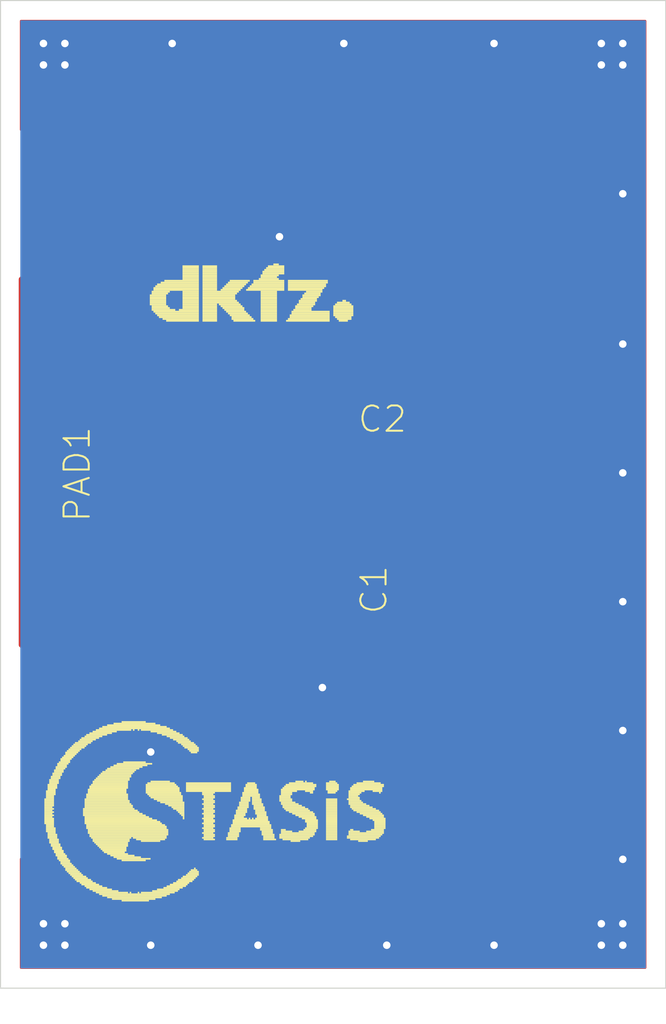
<source format=kicad_pcb>
(kicad_pcb (version 20240108) (generator "pcbnew") (generator_version "8.0")
  (layers (0 "F.Cu" signal) (31 "B.Cu" signal) (34 "B.Paste" user) (35 "F.Paste" user) (36 "B.SilkS" user "B.Silkscreen") (37 "F.SilkS" user "F.Silkscreen") (38 "B.Mask" user) (39 "F.Mask" user) (44 "Edge.Cuts" user))
  (net 0 "")
  (net 1 "N$1")
  (net 2 "GND")
  (net 3 "N$2")
  (footprint "EndCap_Board:SMD2,54-5,08_412" (layer "F.Cu") (at 138.7611 103.8736)
    (property "Reference" "PAD1" (at -1.5 2.5 90) (layer "F.SilkS") (effects (font (size 1.176528 1.176528) (thickness 0.093472)) (justify left bottom)))
    (property "Value" "")
    (pad "1" smd rect (at 0 0) (size 2.54 5.08) (layers "F.Cu" "F.Paste" "F.Mask") (net 1 "N$1"))
  )
  (footprint "EndCap_Board:COAX.141" (layer "F.Cu") (at 156.2211 97.4036 90)
    (property "Reference" "U$2" (hide yes))
    (property "Value" "COAX_CON_DIRECT" (hide yes))
    (pad "P$1" smd rect (at -3.363718 0 90) (size 4 2) (layers "F.Cu" "F.Paste" "F.Mask") (net 3 "N$2"))
    (pad "P$2" smd rect (at 6.545578 0 90) (size 10 5.588) (layers "F.Cu" "F.Paste" "F.Mask") (net 2 "GND"))
  )
  (footprint "EndCap_Board:LOGO_DKFZ" (layer "F.Cu") (at 140.0011 97.0036)
    (property "Reference" "U$4" (hide yes))
    (property "Value" "" (hide yes))
  )
  (footprint "EndCap_Board:C1210_334" (layer "F.Cu") (at 151.4911 104.0936)
    (property "Reference" "C2" (at -1.905 -1.905 0) (layer "F.SilkS") (effects (font (size 1.176528 1.176528) (thickness 0.093472)) (justify left bottom)))
    (property "Value" "560pF")
    (pad "1" smd rect (at -1.4 0) (size 1.6 2.7) (layers "F.Cu" "F.Paste" "F.Mask") (net 1 "N$1"))
    (pad "2" smd rect (at 1.4 0) (size 1.6 2.7) (layers "F.Cu" "F.Paste" "F.Mask") (net 3 "N$2"))
  )
  (footprint "EndCap_Board:COAX.141" (layer "F.Cu") (at 156.2311 110.6036 -90)
    (property "Reference" "U$1" (hide yes))
    (property "Value" "COAX_CON_DIRECT" (hide yes))
    (pad "P$1" smd rect (at -3.363718 0 270) (size 4 2) (layers "F.Cu" "F.Paste" "F.Mask") (net 3 "N$2"))
    (pad "P$2" smd rect (at 6.545578 0 270) (size 10 5.588) (layers "F.Cu" "F.Paste" "F.Mask") (net 2 "GND"))
  )
  (footprint "EndCap_Board:C1210_334" (layer "F.Cu") (at 147.8111 110.1436 -90)
    (property "Reference" "C1" (at -1.905 -1.905 90) (layer "F.SilkS") (effects (font (size 1.176528 1.176528) (thickness 0.093472)) (justify right top)))
    (property "Value" "10pF (+12 from Board)")
    (pad "1" smd rect (at -1.4 0 270) (size 1.6 2.7) (layers "F.Cu" "F.Paste" "F.Mask") (net 1 "N$1"))
    (pad "2" smd rect (at 1.4 0 270) (size 1.6 2.7) (layers "F.Cu" "F.Paste" "F.Mask") (net 2 "GND"))
  )
  (footprint "EndCap_Board:LOGO_STASIS" (layer "F.Cu") (at 144.0011 120.0036)
    (property "Reference" "U$3" (hide yes))
    (property "Value" "" (hide yes))
  )
  (gr_line (start 164.0011 128.0036) (end 164.0011 82.0036) (stroke (width 0.05)) (layer "Edge.Cuts"))
  (gr_line (start 164.0011 82.0036) (end 133.0011 82.0036) (stroke (width 0.05)) (layer "Edge.Cuts"))
  (gr_line (start 133.0011 82.0036) (end 133.0011 128.0036) (stroke (width 0.05)) (layer "Edge.Cuts"))
  (gr_line (start 133.0011 128.0036) (end 164.0011 128.0036) (stroke (width 0.05)) (layer "Edge.Cuts"))
  (via (at 156.0011 84.0036) (size 0.7564) (drill 0.35) (layers "F.Cu" "B.Cu") (net 2))
  (via (at 162.0011 98.0036) (size 0.7564) (drill 0.35) (layers "F.Cu" "B.Cu") (net 2))
  (via (at 162.0011 85.0036) (size 0.7564) (drill 0.35) (layers "F.Cu" "B.Cu") (net 2))
  (via (at 136.0011 126.0036) (size 0.7564) (drill 0.35) (layers "F.Cu" "B.Cu") (net 2))
  (via (at 146.0011 93.0036) (size 0.7564) (drill 0.35) (layers "F.Cu" "B.Cu") (net 2))
  (via (at 161.0011 125.0036) (size 0.7564) (drill 0.35) (layers "F.Cu" "B.Cu") (net 2))
  (via (at 140.0011 126.0036) (size 0.7564) (drill 0.35) (layers "F.Cu" "B.Cu") (net 2))
  (via (at 162.0011 122.0036) (size 0.7564) (drill 0.35) (layers "F.Cu" "B.Cu") (net 2))
  (via (at 136.0011 125.0036) (size 0.7564) (drill 0.35) (layers "F.Cu" "B.Cu") (net 2))
  (via (at 148.0011 114.0036) (size 0.7564) (drill 0.35) (layers "F.Cu" "B.Cu") (net 2))
  (via (at 161.0011 84.0036) (size 0.7564) (drill 0.35) (layers "F.Cu" "B.Cu") (net 2))
  (via (at 135.0011 84.0036) (size 0.7564) (drill 0.35) (layers "F.Cu" "B.Cu") (net 2))
  (via (at 151.0011 126.0036) (size 0.7564) (drill 0.35) (layers "F.Cu" "B.Cu") (net 2))
  (via (at 162.0011 116.0036) (size 0.7564) (drill 0.35) (layers "F.Cu" "B.Cu") (net 2))
  (via (at 162.0011 91.0036) (size 0.7564) (drill 0.35) (layers "F.Cu" "B.Cu") (net 2))
  (via (at 149.0011 84.0036) (size 0.7564) (drill 0.35) (layers "F.Cu" "B.Cu") (net 2))
  (via (at 135.0011 125.0036) (size 0.7564) (drill 0.35) (layers "F.Cu" "B.Cu") (net 2))
  (via (at 156.0011 126.0036) (size 0.7564) (drill 0.35) (layers "F.Cu" "B.Cu") (net 2))
  (via (at 135.0011 126.0036) (size 0.7564) (drill 0.35) (layers "F.Cu" "B.Cu") (net 2))
  (via (at 136.0011 84.0036) (size 0.7564) (drill 0.35) (layers "F.Cu" "B.Cu") (net 2))
  (via (at 145.0011 126.0036) (size 0.7564) (drill 0.35) (layers "F.Cu" "B.Cu") (net 2))
  (via (at 162.0011 126.0036) (size 0.7564) (drill 0.35) (layers "F.Cu" "B.Cu") (net 2))
  (via (at 140.0011 117.0036) (size 0.7564) (drill 0.35) (layers "F.Cu" "B.Cu") (net 2))
  (via (at 136.0011 85.0036) (size 0.7564) (drill 0.35) (layers "F.Cu" "B.Cu") (net 2))
  (via (at 162.0011 110.0036) (size 0.7564) (drill 0.35) (layers "F.Cu" "B.Cu") (net 2))
  (via (at 162.0011 84.0036) (size 0.7564) (drill 0.35) (layers "F.Cu" "B.Cu") (net 2))
  (via (at 162.0011 104.0036) (size 0.7564) (drill 0.35) (layers "F.Cu" "B.Cu") (net 2))
  (via (at 162.0011 125.0036) (size 0.7564) (drill 0.35) (layers "F.Cu" "B.Cu") (net 2))
  (via (at 135.0011 85.0036) (size 0.7564) (drill 0.35) (layers "F.Cu" "B.Cu") (net 2))
  (via (at 161.0011 85.0036) (size 0.7564) (drill 0.35) (layers "F.Cu" "B.Cu") (net 2))
  (via (at 161.0011 126.0036) (size 0.7564) (drill 0.35) (layers "F.Cu" "B.Cu") (net 2))
  (via (at 141.0011 84.0036) (size 0.7564) (drill 0.35) (layers "F.Cu" "B.Cu") (net 2))
  (segment (start 155.9111 104.0936) (end 156.2211 103.7836) (width 1.27) (layer "F.Cu") (net 3))
  (segment (start 152.8911 104.0936) (end 155.9111 104.0936) (width 1.27) (layer "F.Cu") (net 3))
  (segment (start 156.2311 107.239882) (end 156.2211 107.229882) (width 1.27) (layer "F.Cu") (net 3))
  (segment (start 156.2211 107.229882) (end 156.2211 103.7836) (width 1.27) (layer "F.Cu") (net 3))
  (segment (start 156.2211 103.7836) (end 156.2211 100.767319) (width 1.27) (layer "F.Cu") (net 3))
  (zone (net 2) (net_name "GND") (layer "F.Cu") (priority 6) (connect_pads (clearance 0.000001)) (min_thickness 0.1) (fill yes (thermal_gap 0.25) (thermal_bridge_width 0.25))
    (polygon (pts (xy 163.1011 127.1036) (xy 133.9011 127.1036) (xy 133.9011 121.962179) (xy 144.959679 110.9036) (xy 150.042521 110.9036) (xy 152.042522 112.9036) (xy 159.959678 112.9036) (xy 160.9011 111.962178) (xy 160.9011 96.045022) (xy 159.959678 95.1036) (xy 145.959679 95.1036) (xy 140.959678 90.1036) (xy 135.959679 90.1036) (xy 133.9011 88.045021) (xy 133.9011 82.9036) (xy 163.1011 82.9036)))
  )
  (zone (net 1) (net_name "N$1") (layer "F.Cu") (priority 6) (connect_pads (clearance 0.000001)) (min_thickness 0.1524) (fill yes (thermal_gap 0.3548) (thermal_bridge_width 0.3548))
    (polygon (pts (xy 142.064226 98.8512) (xy 146.064226 98.8512) (xy 150.1535 102.940474) (xy 150.1535 108.066726) (xy 149.064226 109.156) (xy 141.064226 109.156) (xy 136.0011 114.219126) (xy 133.8487 112.066726) (xy 133.8487 94.940474) (xy 134.937974 93.8512) (xy 137.064226 93.8512)))
  )
  (zone (net 2) (net_name "GND") (layer "B.Cu") (priority 6) (connect_pads (clearance 0.000001)) (min_thickness 0.0762) (fill yes (thermal_gap 0.2024) (thermal_bridge_width 0.2024))
    (polygon (pts (xy 163.0773 127.0798) (xy 133.9249 127.0798) (xy 133.9249 82.9274) (xy 163.0773 82.9274)))
  )
)
</source>
